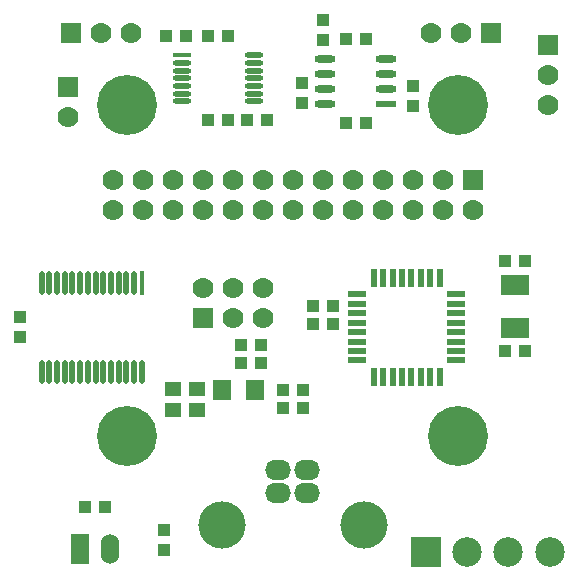
<source format=gts>
G04 #@! TF.FileFunction,Soldermask,Top*
%FSLAX46Y46*%
G04 Gerber Fmt 4.6, Leading zero omitted, Abs format (unit mm)*
G04 Created by KiCad (PCBNEW (2015-07-24 BZR 5989, Git 9b9c794)-product) date 1/12/2015 8:53:28 AM*
%MOMM*%
G01*
G04 APERTURE LIST*
%ADD10C,0.150000*%
%ADD11R,1.099820X1.000760*%
%ADD12R,1.000760X1.099820*%
%ADD13R,1.450340X1.150620*%
%ADD14R,1.600200X1.800860*%
%ADD15R,1.778000X1.778000*%
%ADD16C,1.778000*%
%ADD17C,5.080000*%
%ADD18R,1.500000X0.550000*%
%ADD19R,0.550000X1.500000*%
%ADD20R,2.400000X1.700000*%
%ADD21O,2.200000X1.700000*%
%ADD22C,4.000000*%
%ADD23R,1.524000X2.540000*%
%ADD24O,1.524000X2.540000*%
%ADD25O,1.600200X0.450000*%
%ADD26R,1.650000X0.450000*%
%ADD27R,1.800000X0.600000*%
%ADD28O,1.800000X0.600000*%
%ADD29R,2.500000X2.500000*%
%ADD30C,2.500000*%
%ADD31R,0.450000X2.000000*%
%ADD32O,0.450000X2.000000*%
G04 APERTURE END LIST*
D10*
D11*
X146390900Y-106572000D03*
X144689100Y-106572000D03*
X138593100Y-108350000D03*
X140294900Y-108350000D03*
X143850900Y-113684000D03*
X142149100Y-113684000D03*
D12*
X119886000Y-107676900D03*
X119886000Y-105975100D03*
D13*
X132840000Y-112022840D03*
X132840000Y-113821160D03*
D11*
X146390900Y-105048000D03*
X144689100Y-105048000D03*
X160945100Y-108858000D03*
X162646900Y-108858000D03*
X160945100Y-101238000D03*
X162646900Y-101238000D03*
D13*
X134872000Y-112022840D03*
X134872000Y-113821160D03*
D11*
X137500900Y-82188000D03*
X135799100Y-82188000D03*
D14*
X137028460Y-112160000D03*
X139827540Y-112160000D03*
D15*
X135380000Y-106064000D03*
D16*
X135380000Y-103524000D03*
X137920000Y-106064000D03*
X137920000Y-103524000D03*
X140460000Y-106064000D03*
X140460000Y-103524000D03*
D15*
X124204000Y-81934000D03*
D16*
X126744000Y-81934000D03*
X129284000Y-81934000D03*
D12*
X132078000Y-125710900D03*
X132078000Y-124009100D03*
D11*
X142149100Y-112160000D03*
X143850900Y-112160000D03*
D17*
X129000000Y-88000000D03*
X157000000Y-116000000D03*
X157000000Y-88000000D03*
X129000000Y-116000000D03*
D11*
X133944900Y-82188000D03*
X132243100Y-82188000D03*
X140294900Y-109874000D03*
X138593100Y-109874000D03*
X135799100Y-89300000D03*
X137500900Y-89300000D03*
X125385100Y-122066000D03*
X127086900Y-122066000D03*
D18*
X156852000Y-109626000D03*
D19*
X154652000Y-102626000D03*
X153852000Y-102626000D03*
X153052000Y-102626000D03*
X152252000Y-102626000D03*
X151452000Y-102626000D03*
X150652000Y-102626000D03*
X149852000Y-102626000D03*
D18*
X148452000Y-104026000D03*
X148452000Y-104826000D03*
X148452000Y-105626000D03*
X156852000Y-108826000D03*
X148452000Y-106426000D03*
X148452000Y-107226000D03*
X148452000Y-108026000D03*
X148452000Y-108826000D03*
X148452000Y-109626000D03*
D19*
X149852000Y-111026000D03*
X150652000Y-111026000D03*
X151452000Y-111026000D03*
X152252000Y-111026000D03*
X153052000Y-111026000D03*
D18*
X156852000Y-108026000D03*
D19*
X153852000Y-111026000D03*
X154652000Y-111026000D03*
X155452000Y-111026000D03*
D18*
X156852000Y-107226000D03*
X156852000Y-106426000D03*
X156852000Y-105626000D03*
X156852000Y-104826000D03*
X156852000Y-104026000D03*
D19*
X155452000Y-102626000D03*
D20*
X161796000Y-103198000D03*
X161796000Y-106898000D03*
D21*
X144250000Y-118880000D03*
X141750000Y-118880000D03*
X141750000Y-120880000D03*
X144250000Y-120880000D03*
D22*
X149020000Y-123590000D03*
X136980000Y-123590000D03*
D15*
X123950000Y-86506000D03*
D16*
X123950000Y-89046000D03*
D23*
X124966000Y-125622000D03*
D24*
X127506000Y-125622000D03*
D25*
X139700000Y-85094000D03*
X139700000Y-85744000D03*
X139700000Y-83794000D03*
X139700000Y-84444000D03*
X133600000Y-87044000D03*
X133600000Y-86394000D03*
X133600000Y-85744000D03*
X133600000Y-85094000D03*
D26*
X133600000Y-83794000D03*
D25*
X133600000Y-84444000D03*
X133600000Y-87694000D03*
X139700000Y-87694000D03*
X139700000Y-87044000D03*
X139700000Y-86394000D03*
D11*
X140802900Y-89300000D03*
X139101100Y-89300000D03*
D15*
X158240000Y-94380000D03*
D16*
X148080000Y-96920000D03*
X145540000Y-94380000D03*
X145540000Y-96920000D03*
X143000000Y-94380000D03*
X143000000Y-96920000D03*
X140460000Y-94380000D03*
X140460000Y-96920000D03*
X158240000Y-96920000D03*
X155700000Y-94380000D03*
X155700000Y-96920000D03*
X153160000Y-94380000D03*
X153160000Y-96920000D03*
X150620000Y-94380000D03*
X150620000Y-96920000D03*
X148080000Y-94380000D03*
X137920000Y-94380000D03*
X137920000Y-96920000D03*
X135380000Y-94380000D03*
X135380000Y-96920000D03*
X132840000Y-94380000D03*
X132840000Y-96920000D03*
X130300000Y-94380000D03*
X130300000Y-96920000D03*
X127760000Y-94380000D03*
X127760000Y-96920000D03*
D15*
X159764000Y-81934000D03*
D16*
X157224000Y-81934000D03*
X154684000Y-81934000D03*
D11*
X149184900Y-89554000D03*
X147483100Y-89554000D03*
D12*
X145540000Y-82530900D03*
X145540000Y-80829100D03*
X153160000Y-86417100D03*
X153160000Y-88118900D03*
X143762000Y-86163100D03*
X143762000Y-87864900D03*
D11*
X149184900Y-82442000D03*
X147483100Y-82442000D03*
D27*
X150934000Y-87903000D03*
D28*
X150934000Y-86633000D03*
X150934000Y-85363000D03*
X150934000Y-84093000D03*
X145734000Y-84093000D03*
X145734000Y-85363000D03*
X145734000Y-86633000D03*
X145734000Y-87903000D03*
D15*
X164590000Y-82950000D03*
D16*
X164590000Y-85490000D03*
X164590000Y-88030000D03*
D29*
X154260000Y-125876000D03*
D30*
X157760000Y-125876000D03*
X161260000Y-125876000D03*
X164760000Y-125876000D03*
D31*
X130207000Y-103076000D03*
D32*
X129557000Y-103076000D03*
X128907000Y-103076000D03*
X128257000Y-103076000D03*
X127607000Y-103076000D03*
X126957000Y-103076000D03*
X126307000Y-103076000D03*
X125657000Y-103076000D03*
X125007000Y-103076000D03*
X124357000Y-103076000D03*
X123707000Y-103076000D03*
X123057000Y-103076000D03*
X122407000Y-103076000D03*
X121757000Y-103076000D03*
X121757000Y-110576000D03*
X122407000Y-110576000D03*
X123057000Y-110576000D03*
X123707000Y-110576000D03*
X124357000Y-110576000D03*
X125007000Y-110576000D03*
X125657000Y-110576000D03*
X126307000Y-110576000D03*
X126957000Y-110576000D03*
X127607000Y-110576000D03*
X128257000Y-110576000D03*
X128907000Y-110576000D03*
X129557000Y-110576000D03*
X130207000Y-110576000D03*
M02*

</source>
